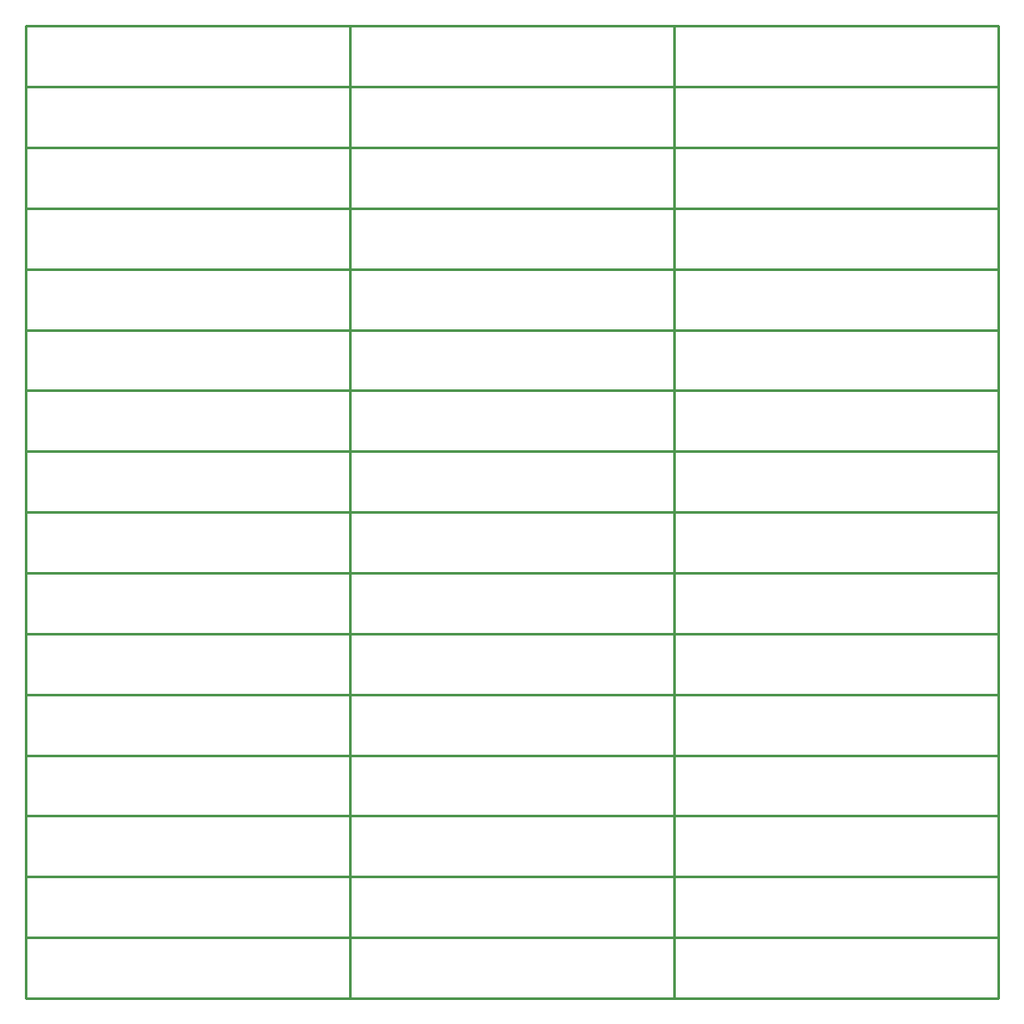
<source format=gbp>
G04 Layer_Color=128*
%FSLAX43Y43*%
%MOMM*%
G71*
G01*
G75*
%ADD13C,0.254*%
D13*
X49657Y9906D02*
X145669D01*
Y105918D01*
X49657D02*
X145669D01*
X49657Y9906D02*
Y105918D01*
X81657Y9906D02*
Y15906D01*
X49657Y9906D02*
X81657D01*
X49657Y15906D02*
X81657D01*
X49657Y9906D02*
Y15906D01*
X113657Y9906D02*
Y15906D01*
X81657Y9906D02*
X113657D01*
X81657Y15906D02*
X113657D01*
X81657Y9906D02*
Y15906D01*
X145657Y9906D02*
Y15906D01*
X113657Y9906D02*
X145657D01*
X113657Y15906D02*
X145657D01*
X113657Y9906D02*
Y15906D01*
X81657D02*
Y21906D01*
X49657Y15906D02*
X81657D01*
X49657Y21906D02*
X81657D01*
X49657Y15906D02*
Y21906D01*
X113657Y15906D02*
Y21906D01*
X81657Y15906D02*
X113657D01*
X81657Y21906D02*
X113657D01*
X81657Y15906D02*
Y21906D01*
X145657Y15906D02*
Y21906D01*
X113657Y15906D02*
X145657D01*
X113657Y21906D02*
X145657D01*
X113657Y15906D02*
Y21906D01*
X81657D02*
Y27906D01*
X49657Y21906D02*
X81657D01*
X49657Y27906D02*
X81657D01*
X49657Y21906D02*
Y27906D01*
X113657Y21906D02*
Y27906D01*
X81657Y21906D02*
X113657D01*
X81657Y27906D02*
X113657D01*
X81657Y21906D02*
Y27906D01*
X145657Y21906D02*
Y27906D01*
X113657Y21906D02*
X145657D01*
X113657Y27906D02*
X145657D01*
X113657Y21906D02*
Y27906D01*
X81657D02*
Y33906D01*
X49657Y27906D02*
X81657D01*
X49657Y33906D02*
X81657D01*
X49657Y27906D02*
Y33906D01*
X113657Y27906D02*
Y33906D01*
X81657Y27906D02*
X113657D01*
X81657Y33906D02*
X113657D01*
X81657Y27906D02*
Y33906D01*
X145657Y27906D02*
Y33906D01*
X113657Y27906D02*
X145657D01*
X113657Y33906D02*
X145657D01*
X113657Y27906D02*
Y33906D01*
X81657D02*
Y39906D01*
X49657Y33906D02*
X81657D01*
X49657Y39906D02*
X81657D01*
X49657Y33906D02*
Y39906D01*
X113657Y33906D02*
Y39906D01*
X81657Y33906D02*
X113657D01*
X81657Y39906D02*
X113657D01*
X81657Y33906D02*
Y39906D01*
X145657Y33906D02*
Y39906D01*
X113657Y33906D02*
X145657D01*
X113657Y39906D02*
X145657D01*
X113657Y33906D02*
Y39906D01*
X81657D02*
Y45906D01*
X49657Y39906D02*
X81657D01*
X49657Y45906D02*
X81657D01*
X49657Y39906D02*
Y45906D01*
X113657Y39906D02*
Y45906D01*
X81657Y39906D02*
X113657D01*
X81657Y45906D02*
X113657D01*
X81657Y39906D02*
Y45906D01*
X145657Y39906D02*
Y45906D01*
X113657Y39906D02*
X145657D01*
X113657Y45906D02*
X145657D01*
X113657Y39906D02*
Y45906D01*
X81657D02*
Y51906D01*
X49657Y45906D02*
X81657D01*
X49657Y51906D02*
X81657D01*
X49657Y45906D02*
Y51906D01*
X113657Y45906D02*
Y51906D01*
X81657Y45906D02*
X113657D01*
X81657Y51906D02*
X113657D01*
X81657Y45906D02*
Y51906D01*
X145657Y45906D02*
Y51906D01*
X113657Y45906D02*
X145657D01*
X113657Y51906D02*
X145657D01*
X113657Y45906D02*
Y51906D01*
X81657D02*
Y57906D01*
X49657Y51906D02*
X81657D01*
X49657Y57906D02*
X81657D01*
X49657Y51906D02*
Y57906D01*
X113657Y51906D02*
Y57906D01*
X81657Y51906D02*
X113657D01*
X81657Y57906D02*
X113657D01*
X81657Y51906D02*
Y57906D01*
X145657Y51906D02*
Y57906D01*
X113657Y51906D02*
X145657D01*
X113657Y57906D02*
X145657D01*
X113657Y51906D02*
Y57906D01*
X81657D02*
Y63906D01*
X49657Y57906D02*
X81657D01*
X49657Y63906D02*
X81657D01*
X49657Y57906D02*
Y63906D01*
X113657Y57906D02*
Y63906D01*
X81657Y57906D02*
X113657D01*
X81657Y63906D02*
X113657D01*
X81657Y57906D02*
Y63906D01*
X145657Y57906D02*
Y63906D01*
X113657Y57906D02*
X145657D01*
X113657Y63906D02*
X145657D01*
X113657Y57906D02*
Y63906D01*
X81657D02*
Y69906D01*
X49657Y63906D02*
X81657D01*
X49657Y69906D02*
X81657D01*
X49657Y63906D02*
Y69906D01*
X113657Y63906D02*
Y69906D01*
X81657Y63906D02*
X113657D01*
X81657Y69906D02*
X113657D01*
X81657Y63906D02*
Y69906D01*
X145657Y63906D02*
Y69906D01*
X113657Y63906D02*
X145657D01*
X113657Y69906D02*
X145657D01*
X113657Y63906D02*
Y69906D01*
X81657D02*
Y75906D01*
X49657Y69906D02*
X81657D01*
X49657Y75906D02*
X81657D01*
X49657Y69906D02*
Y75906D01*
X113657Y69906D02*
Y75906D01*
X81657Y69906D02*
X113657D01*
X81657Y75906D02*
X113657D01*
X81657Y69906D02*
Y75906D01*
X145657Y69906D02*
Y75906D01*
X113657Y69906D02*
X145657D01*
X113657Y75906D02*
X145657D01*
X113657Y69906D02*
Y75906D01*
X81657D02*
Y81906D01*
X49657Y75906D02*
X81657D01*
X49657Y81906D02*
X81657D01*
X49657Y75906D02*
Y81906D01*
X113657Y75906D02*
Y81906D01*
X81657Y75906D02*
X113657D01*
X81657Y81906D02*
X113657D01*
X81657Y75906D02*
Y81906D01*
X145657Y75906D02*
Y81906D01*
X113657Y75906D02*
X145657D01*
X113657Y81906D02*
X145657D01*
X113657Y75906D02*
Y81906D01*
X81657D02*
Y87906D01*
X49657Y81906D02*
X81657D01*
X49657Y87906D02*
X81657D01*
X49657Y81906D02*
Y87906D01*
X113657Y81906D02*
Y87906D01*
X81657Y81906D02*
X113657D01*
X81657Y87906D02*
X113657D01*
X81657Y81906D02*
Y87906D01*
X145657Y81906D02*
Y87906D01*
X113657Y81906D02*
X145657D01*
X113657Y87906D02*
X145657D01*
X113657Y81906D02*
Y87906D01*
X81657D02*
Y93906D01*
X49657Y87906D02*
X81657D01*
X49657Y93906D02*
X81657D01*
X49657Y87906D02*
Y93906D01*
X113657Y87906D02*
Y93906D01*
X81657Y87906D02*
X113657D01*
X81657Y93906D02*
X113657D01*
X81657Y87906D02*
Y93906D01*
X145657Y87906D02*
Y93906D01*
X113657Y87906D02*
X145657D01*
X113657Y93906D02*
X145657D01*
X113657Y87906D02*
Y93906D01*
X81657D02*
Y99906D01*
X49657Y93906D02*
X81657D01*
X49657Y99906D02*
X81657D01*
X49657Y93906D02*
Y99906D01*
X113657Y93906D02*
Y99906D01*
X81657Y93906D02*
X113657D01*
X81657Y99906D02*
X113657D01*
X81657Y93906D02*
Y99906D01*
X145657Y93906D02*
Y99906D01*
X113657Y93906D02*
X145657D01*
X113657Y99906D02*
X145657D01*
X113657Y93906D02*
Y99906D01*
X81657D02*
Y105906D01*
X49657Y99906D02*
X81657D01*
X49657Y105906D02*
X81657D01*
X49657Y99906D02*
Y105906D01*
X113657Y99906D02*
Y105906D01*
X81657Y99906D02*
X113657D01*
X81657Y105906D02*
X113657D01*
X81657Y99906D02*
Y105906D01*
X145657Y99906D02*
Y105906D01*
X113657Y99906D02*
X145657D01*
X113657Y105906D02*
X145657D01*
X113657Y99906D02*
Y105906D01*
M02*

</source>
